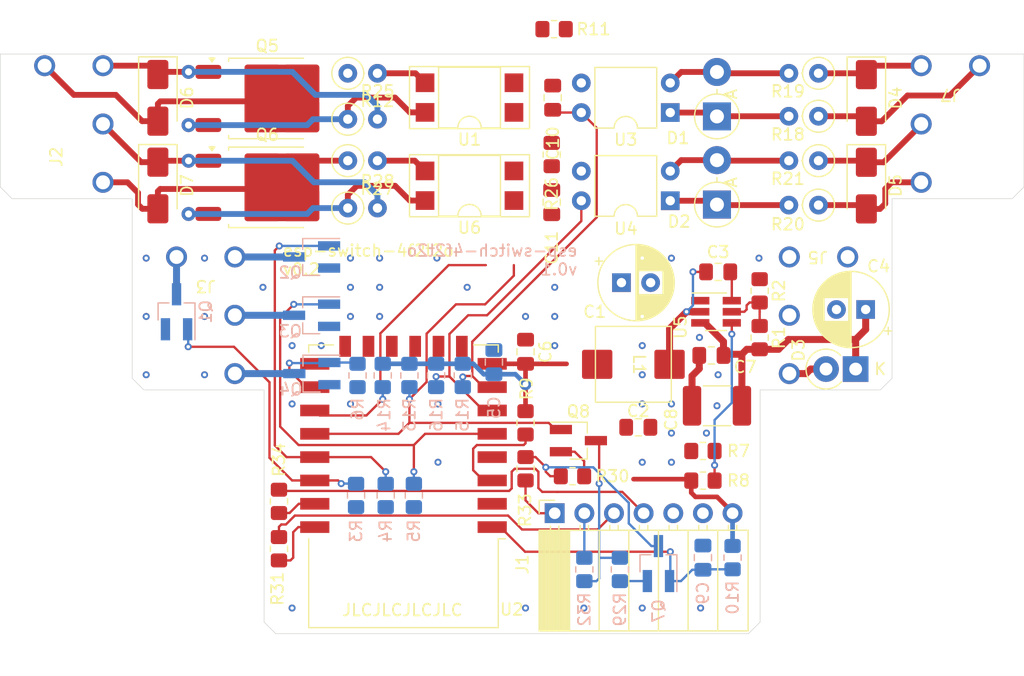
<source format=kicad_pcb>
(kicad_pcb (version 20240108) (generator "pcbnew") (generator_version "8.0")
  (layers (0 "F.Cu" signal) (31 "B.Cu" signal) (34 "B.Paste" user) (35 "F.Paste" user) (36 "B.SilkS" user "B.Silkscreen") (37 "F.SilkS" user "F.Silkscreen") (38 "B.Mask" user) (39 "F.Mask" user) (44 "Edge.Cuts" user))
  (net 0 "")
  (net 1 "+12V")
  (net 2 "GND")
  (net 3 "+3V3")
  (net 4 "/nRST")
  (net 5 "/GPIO9")
  (net 6 "/GPIO10")
  (net 7 "+12VA")
  (net 8 "Net-(D1-K)")
  (net 9 "Net-(D1-A)")
  (net 10 "Net-(D2-K)")
  (net 11 "Net-(D2-A)")
  (net 12 "/EN")
  (net 13 "Net-(J3-Pin_1)")
  (net 14 "Net-(J3-Pin_2)")
  (net 15 "Net-(J3-Pin_4)")
  (net 16 "Net-(J1-Pin_1)")
  (net 17 "/GPIO12")
  (net 18 "/GPIO13")
  (net 19 "/GPIO14")
  (net 20 "/GPIO15")
  (net 21 "/GPIO4")
  (net 22 "/GPIO5")
  (net 23 "/GPIO2")
  (net 24 "/GPIO0")
  (net 25 "Net-(J1-Pin_2)")
  (net 26 "Net-(J1-Pin_3)")
  (net 27 "/GPIO1")
  (net 28 "/GPIO3")
  (net 29 "Net-(J1-Pin_4)")
  (net 36 "Net-(U5-SW)")
  (net 37 "Net-(U5-BOOT)")
  (net 38 "Net-(U5-EN)")
  (net 39 "Net-(U5-FB)")
  (net 40 "Net-(Q5-G)")
  (net 41 "Net-(Q6-G)")
  (net 42 "Net-(U1-K)")
  (net 43 "Net-(R25-Pad2)")
  (net 44 "Net-(U6-K)")
  (net 45 "Net-(R28-Pad2)")
  (net 46 "Net-(J3-Pin_3)")
  (net 48 "Net-(Q7-B)")
  (net 49 "Net-(Q7-E)")
  (net 50 "Net-(Q8-B)")
  (net 51 "Net-(Q8-E)")
  (net 52 "Net-(D4-A1)")
  (net 53 "Net-(D4-A2)")
  (net 54 "Net-(D5-A1)")
  (net 55 "Net-(D5-A2)")
  (net 56 "Net-(D6-A1)")
  (net 57 "Net-(D6-A2)")
  (net 58 "Net-(D7-A1)")
  (net 59 "Net-(D7-A2)")
  (footprint "Capacitor_THT:CP_Radial_D6.3mm_P2.50mm" (layer "F.Cu") (at 74.14138 21.905 180)
    (property "Reference" "C4")
    (property "Value" "100u")
  )
  (footprint "Resistor_THT:R_Axial_DIN0207_L6.3mm_D2.5mm_P2.54mm_Vertical" (layer "F.Cu") (at 70.1 12.954 180)
    (property "Reference" "R20")
    (property "Value" "150k")
  )
  (footprint "Resistor_SMD:R_0805_2012Metric_Pad1.20x1.40mm_HandSolder" (layer "F.Cu") (at 49.022 36.195)
    (property "Reference" "R30")
    (property "Value" "22k")
  )
  (footprint "esp-switch:ML-254-5-S-LCS" (layer "F.Cu") (at 78.9 1 180)
    (property "Reference" "J7")
    (property "Value" "Screw_Terminal_01x04")
  )
  (footprint "Resistor_THT:R_Axial_DIN0207_L6.3mm_D2.5mm_P2.54mm_Vertical" (layer "F.Cu") (at 29.774 1.651)
    (property "Reference" "R25")
    (property "Value" "510R")
  )
  (footprint "Capacitor_SMD:C_0805_2012Metric_Pad1.18x1.45mm_HandSolder" (layer "F.Cu") (at 47.244 12.7 90)
    (property "Reference" "C11")
    (property "Value" "100n")
  )
  (footprint "Capacitor_SMD:C_0805_2012Metric_Pad1.18x1.45mm_HandSolder" (layer "F.Cu") (at 54.6608 32.004)
    (property "Reference" "C2")
    (property "Value" "1u" (hide yes))
  )
  (footprint "Package_DIP:DIP-4_W7.62mm" (layer "F.Cu") (at 57.4 12.578 180)
    (property "Reference" "U4")
    (property "Value" "tlp785gb")
  )
  (footprint "Capacitor_SMD:C_0805_2012Metric_Pad1.18x1.45mm_HandSolder" (layer "F.Cu") (at 47.3262 3.744 90)
    (property "Reference" "C10")
    (property "Value" "100n")
  )
  (footprint "Resistor_SMD:R_0805_2012Metric_Pad1.20x1.40mm_HandSolder" (layer "F.Cu") (at 47.244 8.62 90)
    (property "Reference" "R26")
    (property "Value" "220")
  )
  (footprint "Diode_THT:D_DO-15_P3.81mm_Vertical_AnodeUp" (layer "F.Cu") (at 61.4 12.908 90)
    (property "Reference" "D2")
    (property "Value" "1N4007")
  )
  (footprint "Capacitor_SMD:C_0805_2012Metric_Pad1.18x1.45mm_HandSolder" (layer "F.Cu") (at 45 25.527 90)
    (property "Reference" "C6")
    (property "Value" "100n")
  )
  (footprint "Capacitor_SMD:C_1812_4532Metric_Pad1.57x3.40mm_HandSolder" (layer "F.Cu") (at 61.402 30.16 180)
    (property "Reference" "C8")
    (property "Value" "33u")
  )
  (footprint "Resistor_THT:R_Axial_DIN0207_L6.3mm_D2.5mm_P2.54mm_Vertical" (layer "F.Cu") (at 70.1 5.334 180)
    (property "Reference" "R18")
    (property "Value" "150k")
  )
  (footprint "Resistor_SMD:R_0805_2012Metric_Pad1.20x1.40mm_HandSolder" (layer "F.Cu") (at 65.0596 20.3048 90)
    (property "Reference" "R2")
    (property "Value" "22k")
  )
  (footprint "Resistor_THT:R_Axial_DIN0207_L6.3mm_D2.5mm_P2.54mm_Vertical" (layer "F.Cu") (at 70.1 9.144 180)
    (property "Reference" "R21")
    (property "Value" "150k")
  )
  (footprint "Package_TO_SOT_SMD:TO-252-2" (layer "F.Cu") (at 22.87 3.81)
    (property "Reference" "Q5")
    (property "Value" "BT138-600")
  )
  (footprint "Capacitor_SMD:C_0805_2012Metric_Pad1.18x1.45mm_HandSolder" (layer "F.Cu") (at 60.9233 25.842 180)
    (property "Reference" "C7")
    (property "Value" "100n")
  )
  (footprint "esp-switch:L_6.5x6.5_H4.6" (layer "F.Cu") (at 54.2392 26.604 -90)
    (property "Reference" "L1")
    (property "Value" "10u")
  )
  (footprint "Resistor_SMD:R_0805_2012Metric_Pad1.20x1.40mm_HandSolder" (layer "F.Cu") (at 60.198 36.576 180)
    (property "Reference" "R8")
    (property "Value" "100k")
  )
  (footprint "Resistor_THT:R_Axial_DIN0207_L6.3mm_D2.5mm_P2.54mm_Vertical" (layer "F.Cu") (at 29.774 5.588)
    (property "Reference" "R12")
    (property "Value" "1k2")
  )
  (footprint "Connector_PinSocket_2.54mm:PinSocket_1x07_P2.54mm_Horizontal" (layer "F.Cu") (at 47.498 39.37 90)
    (property "Reference" "J1")
    (property "Value" "Conn_01x07_Socket")
  )
  (footprint "Resistor_SMD:R_0805_2012Metric_Pad1.20x1.40mm_HandSolder" (layer "F.Cu") (at 45 31.623 90)
    (property "Reference" "R9")
    (property "Value" "22k")
  )
  (footprint "Resistor_SMD:R_0805_2012Metric_Pad1.20x1.40mm_HandSolder" (layer "F.Cu") (at 47.4472 -2.1336 180)
    (property "Reference" "R11")
    (property "Value" "220")
  )
  (footprint "Package_TO_SOT_SMD:TO-252-2" (layer "F.Cu") (at 22.87 11.43)
    (property "Reference" "Q6")
    (property "Value" "BT138-600")
  )
  (footprint "Diode_THT:D_DO-15_P3.81mm_Vertical_AnodeUp" (layer "F.Cu") (at 61.4 5.349 90)
    (property "Reference" "D1")
    (property "Value" "1N4007")
  )
  (footprint "Diode_SMD:D_SMA" (layer "F.Cu") (at 13.5 3.7563 -90)
    (property "Reference" "D6")
    (property "Value" "SMAJ400CA")
  )
  (footprint "Diode_THT:D_DO-41_SOD81_P2.54mm_Vertical_KathodeUp" (layer "F.Cu") (at 73.284234 27.0104 180)
    (property "Reference" "D3")
    (property "Value" "1N4007")
  )
  (footprint "Package_DIP:DIP-4_W7.62mm" (layer "F.Cu") (at 57.4 5.019 180)
    (property "Reference" "U3")
    (property "Value" "tlp785gb")
  )
  (footprint "Resistor_THT:R_Axial_DIN0207_L6.3mm_D2.5mm_P2.54mm_Vertical" (layer "F.Cu") (at 29.774 13.208)
    (property "Reference" "R27")
    (property "Value" "1k2")
  )
  (footprint "esp-switch:ML-254-5-D-LCS" (layer "F.Cu") (at 8.8 1 180)
    (property "Reference" "J2")
    (property "Value" "Screw_Terminal_01x04")
  )
  (footprint "Diode_SMD:D_SMA" (layer "F.Cu") (at 74.2 3.7665 -90)
    (property "Reference" "D4")
    (property "Value" "SMAJ400CA")
  )
  (footprint "Resistor_SMD:R_0805_2012Metric_Pad1.20x1.40mm_HandSolder" (layer "F.Cu") (at 65.0596 24.318 90)
    (property "Reference" "R1")
    (property "Value" "150k")
  )
  (footprint "Package_TO_SOT_SMD:SOT-23-6_Handsoldering" (layer "F.Cu") (at 61.322 22.098)
    (property "Reference" "U5")
    (property "Value" "TPS54202DDC")
  )
  (footprint "Package_DIP:DIP-4_W7.62mm_SMDSocket_SmallPads" (layer "F.Cu") (at 40.2 3.7338 180)
    (property "Reference" "U1")
    (property "Value" "VOT-8024")
  )
  (footprint "Resistor_SMD:R_0805_2012Metric_Pad1.20x1.40mm_HandSolder" (layer "F.Cu") (at 60.198 34.036)
    (property "Reference" "R7")
    (property "Value" "22k")
  )
  (footprint "Resistor_SMD:R_0805_2012Metric_Pad1.20x1.40mm_HandSolder" (layer "F.Cu") (at 23.876 38.354 90)
    (property "Reference" "R34")
    (property "Value" "10R")
  )
  (footprint "Capacitor_THT:CP_Radial_D6.3mm_P2.50mm" (layer "F.Cu") (at 53.217621 19.6)
    (property "Reference" "C1")
    (property "Value" "100u")
  )
  (footprint "Resistor_THT:R_Axial_DIN0207_L6.3mm_D2.5mm_P2.54mm_Vertical" (layer "F.Cu") (at 29.774 9.144)
    (property "Reference" "R28")
    (property "Value" "510R")
  )
  (footprint "Resistor_THT:R_Axial_DIN0207_L6.3mm_D2.5mm_P2.54mm_Vertical" (layer "F.Cu") (at 70.1 1.651 180)
    (property "Reference" "R19")
    (property "Value" "150k")
  )
  (footprint "Diode_SMD:D_SMA" (layer "F.Cu") (at 74.2 11.2805 -90)
    (property "Reference" "D5")
    (property "Value" "SMAJ400CA")
  )
  (footprint "RF_Module:ESP-12E" (layer "F.Cu") (at 34.544 37.0616 180)
    (property "Reference" "U2")
    (property "Value" "ESP-12E")
  )
  (footprint "esp-switch:ML-254-5-D-LCS" (layer "F.Cu") (at 20.1 17.4 180)
    (property "Reference" "J3")
    (property "Value" "Screw_Terminal_01x04")
  )
  (footprint "Diode_SMD:D_SMA" (layer "F.Cu") (at 13.5 11.2703 -90)
    (property "Reference" "D7")
    (property "Value" "SMAJ400CA")
  )
  (footprint "Resistor_SMD:R_0805_2012Metric_Pad1.20x1.40mm_HandSolder" (layer "F.Cu") (at 45 35.56 90)
    (property "Reference" "R33")
    (property "Value" "10R")
  )
  (footprint "Capacitor_SMD:C_0805_2012Metric_Pad1.18x1.45mm_HandSolder" (layer "F.Cu") (at 61.5036 18.6792)
    (property "Reference" "C3")
    (property "Value" "100n")
  )
  (footprint "Package_DIP:DIP-4_W7.62mm_SMDSocket_SmallPads" (layer "F.Cu") (at 40.2 11.2928 180)
    (property "Reference" "U6")
    (property "Value" "VOT-8024")
  )
  (footprint "Package_TO_SOT_SMD:SOT-23_Handsoldering" (layer "F.Cu") (at 49.53 33.147)
    (property "Reference" "Q8")
    (property "Value" "BC817")
  )
  (footprint "Resistor_SMD:R_0805_2012Metric_Pad1.20x1.40mm_HandSolder" (layer "F.Cu") (at 23.876 42.418 -90)
    (property "Reference" "R31")
    (property "Value" "10R")
  )
  (footprint "esp-switch:ML-254-5-S-LCS" (layer "F.Cu") (at 67.6 17.4 180)
    (property "Reference" "J5")
    (property "Value" "Screw_Terminal_01x04")
  )
  (footprint "Resistor_SMD:R_0805_2012Metric_Pad1.20x1.40mm_HandSolder" (layer "B.Cu") (at 30.48 37.846 90)
    (property "Reference" "R3")
    (property "Value" "22k")
  )
  (footprint "Resistor_SMD:R_0805_2012Metric_Pad1.20x1.40mm_HandSolder" (layer "B.Cu") (at 39.624 27.559 -90)
    (property "Reference" "R15")
    (property "Value" "150k")
  )
  (footprint "Resistor_SMD:R_0805_2012Metric_Pad1.20x1.40mm_HandSolder" (layer "B.Cu") (at 32.766 27.559 90)
    (property "Reference" "R14")
    (property "Value" "22k")
  )
  (footprint "Capacitor_SMD:C_0805_2012Metric_Pad1.18x1.45mm_HandSolder" (layer "B.Cu") (at 60.198 43.18 90)
    (property "Reference" "C9")
    (property "Value" "47n")
  )
  (footprint "Resistor_SMD:R_0805_2012Metric_Pad1.20x1.40mm_HandSolder" (layer "B.Cu") (at 35.433 37.846 90)
    (property "Reference" "R5")
    (property "Value" "22k")
  )
  (footprint "Resistor_SMD:R_0805_2012Metric_Pad1.20x1.40mm_HandSolder" (layer "B.Cu") (at 50.038 44.196 -90)
    (property "Reference" "R32")
    (property "Value" "10R")
  )
  (footprint "Resistor_SMD:R_0805_2012Metric_Pad1.20x1.40mm_HandSolder" (layer "B.Cu") (at 33.02 37.846 90)
    (property "Reference" "R4")
    (property "Value" "22k")
  )
  (footprint "Package_TO_SOT_SMD:SOT-23_Handsoldering" (layer "B.Cu") (at 26.67 22.4 180)
    (property "Reference" "Q3")
    (property "Value" "TSM2302CX")
  )
  (footprint "Resistor_SMD:R_0805_2012Metric_Pad1.20x1.40mm_HandSolder" (layer "B.Cu") (at 30.607 27.559 90)
    (property "Reference" "R6")
    (property "Value" "22k")
  )
  (footprint "Resistor_SMD:R_0805_2012Metric_Pad1.20x1.40mm_HandSolder" (layer "B.Cu") (at 53.086 44.196 -90)
    (property "Reference" "R29")
    (property "Value" "22k")
  )
  (footprint "Resistor_SMD:R_0805_2012Metric_Pad1.20x1.40mm_HandSolder" (layer "B.Cu") (at 37.338 27.559 -90)
    (property "Reference" "R16")
    (property "Value" "150k")
  )
  (footprint "Capacitor_SMD:C_0805_2012Metric_Pad1.18x1.45mm_HandSolder" (layer "B.Cu") (at 42.291 26.416 90)
    (property "Reference" "C5")
    (property "Value" "100n")
  )
  (footprint "Package_TO_SOT_SMD:SOT-23_Handsoldering" (layer "B.Cu") (at 26.67 17.399 180)
    (property "Reference" "Q2")
    (property "Value" "TSM2302CX")
  )
  (footprint "Resistor_SMD:R_0805_2012Metric_Pad1.20x1.40mm_HandSolder" (layer "B.Cu") (at 62.738 43.18 90)
    (property "Reference" "R10")
    (property "Value" "22k")
  )
  (footprint "Package_TO_SOT_SMD:SOT-23_Handsoldering" (layer "B.Cu") (at 15.1 22.1 90)
    (property "Reference" "Q1")
    (property "Value" "TSM2302CX")
  )
  (footprint "Package_TO_SOT_SMD:SOT-23_Handsoldering" (layer "B.Cu") (at 26.694 27.4 180)
    (property "Reference" "Q4")
    (property "Value" "TSM2302CX")
  )
  (footprint "Resistor_SMD:R_0805_2012Metric_Pad1.20x1.40mm_HandSolder" (layer "B.Cu") (at 35.052 27.559 90)
    (property "Reference" "R13")
    (property "Value" "22k")
  )
  (footprint "Package_TO_SOT_SMD:SOT-23_Handsoldering" (layer "B.Cu") (at 56.388 43.688 90)
    (property "Reference" "Q7")
    (property "Value" "BC817")
  )
  (gr_line (start 22.6 48.7) (end 23.6 49.7) (stroke (width 0.05)) (layer "Edge.Cuts"))
  (gr_line (start 22.6 28.8) (end 22.6 48.7) (stroke (width 0.05)) (layer "Edge.Cuts"))
  (gr_line (start 64.1 49.7) (end 23.6 49.7) (stroke (width 0.05)) (layer "Edge.Cuts"))
  (gr_line (start 87.7 11.4) (end 86.7 12.4) (stroke (width 0.05)) (layer "Edge.Cuts"))
  (gr_line (start 75.4 28.8) (end 76.4 27.8) (stroke (width 0.05)) (layer "Edge.Cuts"))
  (gr_line (start 65.1 28.8) (end 65.1 48.7) (stroke (width 0.05)) (layer "Edge.Cuts"))
  (gr_line (start 0 11.4) (end 1 12.4) (stroke (width 0.05)) (layer "Edge.Cuts"))
  (gr_line (start 76.4 12.4) (end 76.4 27.8) (stroke (width 0.05)) (layer "Edge.Cuts"))
  (gr_line (start 87.7 0) (end 87.7 11.4) (stroke (width 0.05)) (layer "Edge.Cuts"))
  (gr_line (start 11.3 27.8) (end 12.3 28.8) (stroke (width 0.05)) (layer "Edge.Cuts"))
  (gr_line (start 11.3 12.4) (end 1 12.4) (stroke (width 0.05)) (layer "Edge.Cuts"))
  (gr_line (start 0 0) (end 87.7 0) (stroke (width 0.05)) (layer "Edge.Cuts"))
  (gr_line (start 11.3 12.4) (end 11.3 27.8) (stroke (width 0.05)) (layer "Edge.Cuts"))
  (gr_line (start 75.4 28.8) (end 65.1 28.8) (stroke (width 0.05)) (layer "Edge.Cuts"))
  (gr_line (start 86.7 12.4) (end 76.4 12.4) (stroke (width 0.05)) (layer "Edge.Cuts"))
  (gr_line (start 22.6 28.8) (end 12.3 28.8) (stroke (width 0.05)) (layer "Edge.Cuts"))
  (gr_line (start 0 0) (end 0 11.4) (stroke (width 0.05)) (layer "Edge.Cuts"))
  (gr_line (start 65.1 48.7) (end 64.1 49.7) (stroke (width 0.05)) (layer "Edge.Cuts"))
  (gr_text "esp-switch-4f2t2o\nv0.1" (at 49.53 19.05 0) (layer "B.SilkS") (effects (font (size 1 1)) (justify left bottom mirror)))
  (gr_text "JLCJLCJLCJLC" (at 29.21 48.26 0) (layer "F.SilkS") (effects (font (size 1 1)) (justify left bottom)))
  (gr_text "esp-switch-4f2t2o\nv0.2" (at 24.13 19.05 0) (layer "F.SilkS") (effects (font (size 1 1)) (justify left bottom)))
  (segment (start 60.348 23.048) (end 61.9608 24.6608) (width 0.6) (layer "F.Cu") (net 1))
  (segment (start 63.958 25.318) (end 63.5356 25.7404) (width 0.6) (layer "F.Cu") (net 1))
  (segment (start 74.14138 23.61822) (end 73.284234 24.475366) (width 0.6) (layer "F.Cu") (net 1))
  (segment (start 63.5356 25.7404) (end 63.5356 29.398) (width 0.6) (layer "F.Cu") (net 1))
  (segment (start 62.0624 25.7404) (end 61.9608 25.842) (width 0.6) (layer "F.Cu") (net 1))
  (segment (start 61.9608 24.6608) (end 61.9608 25.842) (width 0.6) (layer "F.Cu") (net 1))
  (segment (start 66.6758 25.318) (end 65.0596 25.318) (width 0.6) (layer "F.Cu") (net 1))
  (segment (start 59.972 23.048) (end 60.348 23.048) (width 0.6) (layer "F.Cu") (net 1))
  (segment (start 73.284234 24.475366) (end 67.518434 24.475366) (width 0.6) (layer "F.Cu") (net 1))
  (segment (start 63.5356 25.7404) (end 62.0624 25.7404) (width 0.6) (layer "F.Cu") (net 1))
  (segment (start 65.0596 25.318) (end 63.958 25.318) (width 0.6) (layer "F.Cu") (net 1))
  (segment (start 67.518434 24.475366) (end 66.6758 25.318) (width 0.6) (layer "F.Cu") (net 1))
  (segment (start 74.14138 21.905) (end 74.14138 23.61822) (width 0.6) (layer "F.Cu") (net 1))
  (segment (start 73.284234 24.475366) (end 73.284234 27.0104) (width 0.6) (layer "F.Cu") (net 1))
  (segment (start 59.8858 25.842) (end 59.8858 26.9772) (width 0.6) (layer "F.Cu") (net 2))
  (segment (start 59.8858 26.9772) (end 59.2645 27.5985) (width 0.6) (layer "F.Cu") (net 2))
  (segment (start 59.2645 27.5985) (end 59.2645 30.16) (width 0.6) (layer "F.Cu") (net 2))
  (via (at 32.5 22.5) (size 0.6) (drill 0.3) (layers "F.Cu" "B.Cu") (net 2))
  (via (at 12.5 22.5) (size 0.6) (drill 0.3) (layers "F.Cu" "B.Cu") (net 2))
  (via (at 55 35) (size 0.6) (drill 0.3) (layers "F.Cu" "B.Cu") (net 2))
  (via (at 30 20) (size 0.6) (drill 0.3) (layers "F.Cu" "B.Cu") (net 2))
  (via (at 22.5 20) (size 0.6) (drill 0.3) (layers "F.Cu" "B.Cu") (net 2))
  (via (at 57.5 35) (size 0.6) (drill 0.3) (layers "F.Cu" "B.Cu") (net 2))
  (via (at 17.5 22.5) (size 0.6) (drill 0.3) (layers "F.Cu" "B.Cu") (net 2))
  (via (at 60 47.5) (size 0.6) (drill 0.3) (layers "F.Cu" "B.Cu") (net 2))
  (via (at 30 17.5) (size 0.6) (drill 0.3) (layers "F.Cu" "B.Cu") (net 2))
  (via (at 45 22.5) (size 0.6) (drill 0.3) (layers "F.Cu" "B.Cu") (net 2))
  (via (at 32.5 20) (size 0.6) (drill 0.3) (layers "F.Cu" "B.Cu") (net 2))
  (via (at 12.5 27.5) (size 0.6) (drill 0.3) (layers "F.Cu" "B.Cu") (net 2))
  (via (at 32.5 17.5) (size 0.6) (drill 0.3) (layers "F.Cu" "B.Cu") (net 2))
  (via (at 60.5 32.5) (size 0.6) (drill 0.3) (layers "F.Cu" "B.Cu") (net 2))
  (via (at 55 47.5) (size 0.6) (drill 0.3) (layers "F.Cu" "B.Cu") (net 2))
  (via (at 55 30) (size 0.6) (drill 0.3) (layers "F.Cu" "B.Cu") (net 2))
  (via (at 57.5 30) (size 0.6) (drill 0.3) (layers "F.Cu" "B.Cu") (net 2))
  (via (at 55 17.5) (size 0.6) (drill 0.3) (layers "F.Cu" "B.Cu") (net 2))
  (via (at 55 27.5) (size 0.6) (drill 0.3) (layers "F.Cu" "B.Cu") (net 2))
  (via (at 37.5 30) (size 0.6) (drill 0.3) (layers "F.Cu" "B.Cu") (net 2))
  (via (at 27.5 25) (size 0.6) (drill 0.3) (layers "F.Cu" "B.Cu") (net 2))
  (via (at 17.5 17.5) (size 0.6) (drill 0.3) (layers "F.Cu" "B.Cu") (net 2))
  (via (at 59.9 24.3) (size 0.6) (drill 0.3) (layers "F.Cu" "B.Cu") (net 2))
  (via (at 61.402 30.16) (size 0.6) (drill 0.3) (layers "F.Cu" "B.Cu") (net 2))
  (via (at 30 22.5) (size 0.6) (drill 0.3) (layers "F.Cu" "B.Cu") (net 2))
  (via (at 12.5 17.5) (size 0.6) (drill 0.3) (layers "F.Cu" "B.Cu") (net 2))
  (via (at 61.5 27.5) (size 0.6) (drill 0.3) (layers "F.Cu" "B.Cu") (net 2))
  (via (at 55 25) (size 0.6) (drill 0.3) (layers "F.Cu" "B.Cu") (net 2))
  (via (at 45 47.5) (size 0.6) (drill 0.3) (layers "F.Cu" "B.Cu") (net 2))
  (via (at 47.5 22.5) (size 0.6) (drill 0.3) (layers "F.Cu" "B.Cu") (net 2))
  (via (at 40 20) (size 0.6) (drill 0.3) (layers "F.Cu" "B.Cu") (net 2))
  (via (at 30 30) (size 0.6) (drill 0.3) (layers "F.Cu" "B.Cu") (net 2))
  (via (at 37.5 35) (size 0.6) (drill 0.3) (layers "F.Cu" "B.Cu") (net 2))
  (via (at 47.5 20) (size 0.6) (drill 0.3) (layers "F.Cu" "B.Cu") (net 2))
  (via (at 47.5 25) (size 0.6) (drill 0.3) (layers "F.Cu" "B.Cu") (net 2))
  (via (at 50 47.5) (size 0.6) (drill 0.3) (layers "F.Cu" "B.Cu") (net 2))
  (via (at 17.5 27.5) (size 0.6) (drill 0.3) (layers "F.Cu" "B.Cu") (net 2))
  (via (at 25 25) (size 0.6) (drill 0.3) (layers "F.Cu" "B.Cu") (net 2))
  (via (at 57.5 32.5) (size 0.6) (drill 0.3) (layers "F.Cu" "B.Cu") (net 2))
  (via (at 65 17.5) (size 0.6) (drill 0.3) (layers "F.Cu" "B.Cu") (net 2))
  (via (at 25 47.5) (size 0.6) (drill 0.3) (layers "F.Cu" "B.Cu") (net 2))
  (via (at 37.405742 17.492998) (size 0.6) (drill 0.3) (layers "F.Cu" "B.Cu") (net 2))
  (via (at 25 30) (size 0.6) (drill 0.3) (layers "F.Cu" "B.Cu") (net 2))
  (via (at 55 22.5) (size 0.6) (drill 0.3) (layers "F.Cu" "B.Cu") (net 2))
  (via (at 57.5 17.5) (size 0.6) (drill 0.3) (layers "F.Cu" "B.Cu") (net 2))
  (segment (start 44.9971 26.5616) (end 45 26.5645) (width 0.4) (layer "F.Cu") (net 3))
  (segment (start 62.738 39.3) (end 61.411 37.973) (width 0.4) (layer "F.Cu") (net 3))
  (segment (start 61.411 37.973) (end 59.563 37.973) (width 0.4) (layer "F.Cu") (net 3))
  (segment (start 45 26.5645) (end 45 30.623) (width 0.4) (layer "F.Cu") (net 3))
  (segment (start 59.198 37.608) (end 59.198 36.449) (width 0.4) (layer "F.Cu") (net 3))
  (segment (start 45 26.5645) (end 48.514 26.5645) (width 0.4) (layer "F.Cu") (net 3))
  (segment (start 42.144 26.5616) (end 44.9971 26.5616) (width 0.4) (layer "F.Cu") (net 3))
  (segment (start 59.563 37.973) (end 59.198 37.608) (width 0.4) (layer "F.Cu") (net 3))
  (segment (start 59.198 36.449) (end 54.2544 36.449) (width 0.4) (layer "F.Cu") (net 3))
  (via (at 45 28.321) (size 1) (drill 0.5) (layers "F.Cu" "B.Cu") (net 3))
  (segment (start 37.338 26.559) (end 39.624 26.559) (width 0.4) (layer "B.Cu") (net 3))
  (segment (start 42.291 27.4535) (end 41.4235 27.4535) (width 0.4) (layer "B.Cu") (net 3))
  (segment (start 32.766 26.559) (end 35.052 26.559) (width 0.4) (layer "B.Cu") (net 3))
  (segment (start 62.738 39.37) (end 62.738 42.18) (width 0.4) (layer "B.Cu") (net 3))
  (segment (start 40.529 26.559) (end 39.624 26.559) (width 0.4) (layer "B.Cu") (net 3))
  (segment (start 45 28.321) (end 44.1325 27.4535) (width 0.4) (layer "B.Cu") (net 3))
  (segment (start 44.1325 27.4535) (end 42.291 27.4535) (width 0.4) (layer "B.Cu") (net 3))
  (segment (start 41.4235 27.4535) (end 40.529 26.559) (width 0.4) (layer "B.Cu") (net 3))
  (segment (start 35.052 26.559) (end 37.338 26.559) (width 0.4) (layer "B.Cu") (net 3))
  (segment (start 42.8476 40.5616) (end 44.958 42.672) (width 0.2) (layer "F.Cu") (net 4))
  (segment (start 44.958 42.672) (end 57.404 42.672) (width 0.2) (layer "F.Cu") (net 4))
  (segment (start 42.144 40.5616) (end 42.8476 40.5616) (width 0.2) (layer "F.Cu") (net 4))
  (via (at 57.404 42.672) (size 0.6) (drill 0.3) (layers "F.Cu" "B.Cu") (net 4))
  (segment (start 58.317 45.188) (end 57.338 45.188) (width 0.2) (layer "B.Cu") (net 4))
  (segment (start 62.738 44.18) (end 60.2355 44.18) (width 0.2) (layer "B.Cu") (net 4))
  (segment (start 60.198 44.2175) (end 59.2875 44.2175) (width 0.2) (layer "B.Cu") (net 4))
  (segment (start 57.404 45.122) (end 57.338 45.188) (width 0.2) (layer "B.Cu") (net 4))
  (segment (start 59.2875 44.2175) (end 58.317 45.188) (width 0.2) (layer "B.Cu") (net 4))
  (segment (start 60.2355 44.18) (end 60.198 44.2175) (width 0.2) (layer "B.Cu") (net 4))
  (segment (start 57.404 42.672) (end 57.404 45.122) (width 0.2) (layer "B.Cu") (net 4))
  (segment (start 69.4284 27.0104) (end 69.0388 27.4) (width 0.6) (layer "F.Cu") (net 7))
  (segment (start 70.744234 27.0104) (end 69.4284 27.0104) (width 0.6) (layer "F.Cu") (net 7))
  (segment (start 69.0388 27.4) (end 67.6 27.4) (width 0.6) (layer "F.Cu") (net 7))
  (segment (start 61.07 5.019) (end 61.4 5.349) (width 0.5) (layer "F.Cu") (net 8))
  (segment (start 67.56 5.334) (end 61.415 5.334) (width 0.5) (layer "F.Cu") (net 8))
  (segment (start 61.415 5.334) (end 61.4 5.349) (width 0.5) (layer "F.Cu") (net 8))
  (segment (start 57.4 5.019) (end 61.07 5.019) (width 0.5) (layer "F.Cu") (net 8))
  (segment (start 67.56 1.651) (end 61.512 1.651) (width 0.5) (layer "F.Cu") (net 9))
  (segment (start 61.512 1.651) (end 61.4 1.539) (width 0.5) (layer "F.Cu") (net 9))
  (segment (start 57.4 2.479) (end 58.34 1.539) (width 0.5) (layer "F.Cu") (net 9))
  (segment (start 58.34 1.539) (end 61.4 1.539) (width 0.5) (layer "F.Cu") (net 9))
  (segment (start 57.4 12.578) (end 61.07 12.578) (width 0.5) (layer "F.Cu") (net 10))
  (segment (start 67.56 12.954) (end 61.446 12.954) (width 0.5) (layer "F.Cu") (net 10))
  (segment (start 61.446 12.954) (end 61.4 12.908) (width 0.5) (layer "F.Cu") (net 10))
  (segment (start 61.07 12.578) (end 61.4 12.908) (width 0.5) (layer "F.Cu") (net 10))
  (segment (start 57.4 10.038) (end 58.34 9.098) (width 0.5) (layer "F.Cu") (net 11))
  (segment (start 67.56 9.144) (end 61.446 9.144) (width 0.5) (layer "F.Cu") (net 11))
  (segment (start 58.34 9.098) (end 61.4 9.098) (width 0.5) (layer "F.Cu") (net 11))
  (segment (start 61.446 9.144) (end 61.4 9.098) (width 0.5) (layer "F.Cu") (net 11))
  (segment (start 40.8276 33.528) (end 44.844 33.528) (width 0.2) (layer "F.Cu") (net 12))
  (segment (start 40.513 35.6806) (end 40.513 33.8426) (width 0.2) (layer "F.Cu") (net 12))
  (segment (start 44.844 33.528) (end 45 33.372) (width 0.2) (layer "F.Cu") (net 12))
  (segment (start 41.394 36.5616) (end 40.513 35.6806) (width 0.2) (layer "F.Cu") (net 12))
  (segment (start 45 33.372) (end 45 32.623) (width 0.2) (layer "F.Cu") (net 12))
  (segment (start 42.144 36.5616) (end 41.394 36.5616) (width 0.2) (layer "F.Cu") (net 12))
  (segment (start 40.513 33.8426) (end 40.8276 33.528) (width 0.2) (layer "F.Cu") (net 12))
  (segment (start 15.1 17.4) (end 15.1 20.6) (width 0.6) (layer "B.Cu") (net 13))
  (segment (start 25.169 17.4) (end 25.17 17.399) (width 0.6) (layer "B.Cu") (net 14))
  (segment (start 20.1 17.4) (end 25.169 17.4) (width 0.6) (layer "B.Cu") (net 14))
  (segment (start 24.2 27.4) (end 20.1 27.4) (width 0.6) (layer "B.Cu") (net 15))
  (segment (start 45 38.269) (end 46.101 39.37) (width 0.2) (layer "F.Cu") (net 16))
  (segment (start 45 36.56) (end 45 38.269) (width 0.2) (layer "F.Cu") (net 16))
  (segment (start 46.101 39.37) (end 47.498 39.37) (width 0.2) (layer "F.Cu") (net 16))
  (segment (start 42.144 30.5616) (end 41.394 30.5616) (width 0.2) (layer "F.Cu") (net 17))
  (segment (start 38.481 24.003) (end 40.084 22.4) (width 0.2) (layer "F.Cu") (net 17))
  (segment (start 41.394 30.5616) (end 38.481 27.6486) (width 0.2) (layer "F.Cu") (net 17))
  (segment (start 37.3479 27.6486) (end 37.338 27.6585) (width 0.2) (layer "F.Cu") (net 17))
  (segment (start 38.481 27.6486) (end 38.481 24.003) (width 0.2) (layer "F.Cu") (net 17))
  (segment (start 38.481 27.6486) (end 37.3479 27.6486) (width 0.2) (layer "F.Cu") (net 17))
  (segment (start 49.78 14.32) (end 49.78 12.578) (width 0.2) (layer "F.Cu") (net 17))
  (segment (start 41.7 22.4) (end 49.78 14.32) (width 0.2) (layer "F.Cu") (net 17))
  (segment (start 40.084 22.4) (end 41.7 22.4) (width 0.2) (layer "F.Cu") (net 17))
  (via (at 37.338 27.6585) (size 0.6) (drill 0.3) (layers "F.Cu" "B.Cu") (net 17))
  (segment (start 37.338 27.6585) (end 37.338 28.559) (width 0.2) (layer "B.Cu") (net 17))
  (segment (start 47.5637 5.019) (end 47.3262 4.7815) (width 0.2) (layer "F.Cu") (net 18))
  (segment (start 42.144 28.5616) (end 41.394 28.5616) (width 0.2) (layer "F.Cu") (net 18))
  (segment (start 40.4368 27.6044) (end 40.4368 24.6632) (width 0.2) (layer "F.Cu") (net 18))
  (segment (start 51.1 6.339) (end 49.78 5.019) (width 0.2) (layer "F.Cu") (net 18))
  (segment (start 51.1 14) (end 51.1 6.339) (width 0.2) (layer "F.Cu") (net 18))
  (segment (start 39.7056 27.6044) (end 39.624 27.686) (width 0.2) (layer "F.Cu") (net 18))
  (segment (start 40.4368 27.6044) (end 39.7056 27.6044) (width 0.2) (layer "F.Cu") (net 18))
  (segment (start 41.394 28.5616) (end 40.4368 27.6044) (width 0.2) (layer "F.Cu") (net 18))
  (segment (start 40.4368 24.6632) (end 51.1 14) (width 0.2) (layer "F.Cu") (net 18))
  (segment (start 49.78 5.019) (end 47.5637 5.019) (width 0.2) (layer "F.Cu") (net 18))
  (via (at 39.624 27.686) (size 0.6) (drill 0.3) (layers "F.Cu" "B.Cu") (net 18))
  (segment (start 39.624 27.686) (end 39.624 28.559) (width 0.2) (layer "B.Cu") (net 18))
  (segment (start 35.433 33.528) (end 25.5604 33.528) (width 0.2) (layer "F.Cu") (net 19))
  (segment (start 36.3994 32.5616) (end 35.433 33.528) (width 0.2) (layer "F.Cu") (net 19))
  (segment (start 25.5604 33.528) (end 23.9776 31.9452) (width 0.2) (layer "F.Cu") (net 19))
  (segment (start 23.9776 22.6314) (end 25.146 21.463) (width 0.2) (layer "F.Cu") (net 19))
  (segment (start 23.9776 31.9452) (end 23.9776 22.6314) (width 0.2) (layer "F.Cu") (net 19))
  (segment (start 35.433 35.814) (end 35.433 33.528) (width 0.2) (layer "F.Cu") (net 19))
  (segment (start 42.144 32.5616) (end 36.3994 32.5616) (width 0.2) (layer "F.Cu") (net 19))
  (via (at 35.433 35.814) (size 0.6) (drill 0.3) (layers "F.Cu" "B.Cu") (net 19))
  (via (at 25.146 21.463) (size 0.6) (drill 0.3) (layers "F.Cu" "B.Cu") (net 19))
  (segment (start 35.433 36.846) (end 35.433 35.814) (width 0.2) (layer "B.Cu") (net 19))
  (segment (start 28.157 21.463) (end 28.17 21.45) (width 0.2) (layer "B.Cu") (net 19))
  (segment (start 25.146 21.463) (end 28.157 21.463) (width 0.2) (layer "B.Cu") (net 19))
  (segment (start 26.194 28.5616) (end 24.765 27.1326) (width 0.2) (layer "F.Cu") (net 20))
  (segment (start 24.765 27.1326) (end 24.765 26.500498) (width 0.2) (layer "F.Cu") (net 20))
  (segment (start 26.944 28.5616) (end 26.194 28.5616) (width 0.2) (layer "F.Cu") (net 20))
  (via (at 24.765 26.500498) (size 0.6) (drill 0.3) (layers "F.Cu" "B.Cu") (net 20))
  (segment (start 30.498 26.45) (end 28.194 26.45) (width 0.2) (layer "B.Cu") (net 20))
  (segment (start 24.765 26.500498) (end 28.143502 26.500498) (width 0.2) (layer "B.Cu") (net 20))
  (segment (start 28.143502 26.500498) (end 28.194 26.45) (width 0.2) (layer "B.Cu") (net 20))
  (segment (start 30.607 26.559) (end 30.498 26.45) (width 0.2) (layer "B.Cu") (net 20))
  (segment (start 24.5286 34.5616) (end 26.944 34.5616) (width 0.2) (layer "F.Cu") (net 21))
  (segment (start 31.7676 34.5616) (end 33.02 35.814) (width 0.2) (layer "F.Cu") (net 21))
  (segment (start 23.5204 16.8402) (end 23.5204 33.5534) (width 0.2) (layer "F.Cu") (net 21))
  (segment (start 23.9014 16.4592) (end 23.5204 16.8402) (width 0.2) (layer "F.Cu") (net 21))
  (segment (start 26.944 34.5616) (end 31.7676 34.5616) (width 0.2) (layer "F.Cu") (net 21))
  (segment (start 23.5204 33.5534) (end 24.5286 34.5616) (width 0.2) (layer "F.Cu") (net 21))
  (via (at 23.9014 16.4592) (size 0.6) (drill 0.3) (layers "F.Cu" "B.Cu") (net 21))
  (via (at 33.02 35.814) (size 0.6) (drill 0.3) (layers "F.Cu" "B.Cu") (net 21))
  (segment (start 33.02 35.814) (end 33.02 36.846) (width 0.2) (layer "B.Cu") (net 21))
  (segment (start 23.9106 16.45) (end 28.169 16.45) (width 0.2) (layer "B.Cu") (net 21))
  (segment (start 28.169 16.45) (end 28.17 16.449) (width 0.2) (layer "B.Cu") (net 21))
  (segment (start 23.9014 16.4592) (end 23.9106 16.45) (width 0.2) (layer "B.Cu") (net 21))
  (segment (start 26.944 36.5616) (end 28.9416 36.5616) (width 0.2) (layer "F.Cu") (net 22))
  (segment (start 23.0632 28.1432) (end 23.0632 34.6202) (width 0.2) (layer "F.Cu") (net 22))
  (segment (start 28.9416 36.5616) (end 29.21 36.83) (width 0.2) (layer "F.Cu") (net 22))
  (segment (start 23.0632 34.6202) (end 25.0046 36.5616) (width 0.2) (layer "F.Cu") (net 22))
  (segment (start 20.02 25.1) (end 23.0632 28.1432) (width 0.2) (layer "F.Cu") (net 22))
  (segment (start 25.0046 36.5616) (end 26.944 36.5616) (width 0.2) (layer "F.Cu") (net 22))
  (segment (start 16.1 25.1) (end 20.02 25.1) (width 0.2) (layer "F.Cu") (net 22))
  (via (at 29.21 36.83) (size 0.6) (drill 0.3) (layers "F.Cu" "B.Cu") (net 22))
  (via (at 16.1 25.1) (size 0.6) (drill 0.3) (layers "F.Cu" "B.Cu") (net 22))
  (segment (start 30.464 36.83) (end 30.48 36.846) (width 0.2) (layer "B.Cu") (net 22))
  (segment (start 16.1 25.1) (end 16.1 23.65) (width 0.2) (layer "B.Cu") (net 22))
  (segment (start 29.21 36.83) (end 30.464 36.83) (width 0.2) (layer "B.Cu") (net 22))
  (segment (start 16.1 23.65) (end 16.05 23.6) (width 0.2) (layer "B.Cu") (net 22))
  (segment (start 31.369 30.988) (end 27.3704 30.988) (width 0.2) (layer "F.Cu") (net 23))
  (segment (start 32.766 29.591) (end 31.369 30.988) (width 0.2) (layer "F.Cu") (net 23))
  (segment (start 32.5628 28.8544) (end 32.5628 23.9522) (width 0.2) (layer "F.Cu") (net 23))
  (segment (start 32.5628 23.9522) (end 38.415 18.1) (width 0.2) (layer "F.Cu") (net 23))
  (segment (start 32.766 29.591) (end 32.766 29.0576) (width 0.2) (layer "F.Cu") (net 23))
  (segment (start 32.766 29.0576) (end 32.5628 28.8544) (width 0.2) (layer "F.Cu") (net 23))
  (segment (start 38.415 18.1) (end 41.6 18.1) (width 0.2) (layer "F.Cu") (net 23))
  (segment (start 27.3704 30.988) (end 26.944 30.5616) (width 0.2) (layer "F.Cu") (net 23))
  (via (at 32.766 29.591) (size 0.6) (drill 0.3) (layers "F.Cu" "B.Cu") (net 23))
  (segment (start 32.766 28.559) (end 32.766 29.591) (width 0.2) (layer "B.Cu") (net 23))
  (segment (start 35.052 31.623) (end 46.99 31.623) (width 0.2) (layer "F.Cu") (net 24))
  (segment (start 46.99 31.623) (end 47.564 32.197) (width 0.2) (layer "F.Cu") (net 24))
  (segment (start 35.052 31.623) (end 34.1134 32.5616) (width 0.2) (layer "F.Cu") (net 24))
  (segment (start 34.1134 32.5616) (end 26.944 32.5616) (width 0.2) (layer "F.Cu") (net 24))
  (segment (start 35.052 31.623) (end 35.052 29.591) (width 0.2) (layer "F.Cu") (net 24))
  (segment (start 36.5252 23.9776) (end 39.0398 21.463) (width 0.2) (layer "F.Cu") (net 24))
  (segment (start 44 19) (end 44 18.1) (width 0.2) (layer "F.Cu") (net 24))
  (segment (start 39.0398 21.463) (end 41.537 21.463) (width 0.2) (layer "F.Cu") (net 24))
  (segment (start 35.052 29.591) (end 36.5252 28.1178) (width 0.2) (layer "F.Cu") (net 24))
  (segment (start 47.564 32.197) (end 48.03 32.197) (width 0.2) (layer "F.Cu") (net 24))
  (segment (start 36.5252 28.1178) (end 36.5252 23.9776) (width 0.2) (layer "F.Cu") (net 24))
  (segment (start 41.537 21.463) (end 44 19) (width 0.2) (layer "F.Cu") (net 24))
  (via (at 35.052 29.591) (size 0.6) (drill 0.3) (layers "F.Cu" "B.Cu") (net 24))
  (segment (start 35.052 29.591) (end 35.052 28.559) (width 0.2) (layer "B.Cu") (net 24))
  (segment (start 50.038 39.37) (end 50.038 43.196) (width 0.2) (layer "B.Cu") (net 25))
  (segment (start 43.5056 39.5732) (end 44.6994 40.767) (width 0.2) (layer "F.Cu") (net 26))
  (segment (start 24.0792 40.3352) (end 24.472617 40.3352) (width 0.2) (layer "F.Cu") (net 26))
  (segment (start 23.876 40.5384) (end 24.0792 40.3352) (width 0.2) (layer "F.Cu") (net 26))
  (segment (start 44.6994 40.767) (end 51.181 40.767) (width 0.2) (layer "F.Cu") (net 26))
  (segment (start 51.181 40.767) (end 52.578 39.37) (width 0.2) (layer "F.Cu") (net 26))
  (segment (start 24.472617 40.3352) (end 25.234617 39.5732) (width 0.2) (layer "F.Cu") (net 26))
  (segment (start 23.876 41.418) (end 23.876 40.5384) (width 0.2) (layer "F.Cu") (net 26))
  (segment (start 25.234617 39.5732) (end 43.5056 39.5732) (width 0.2) (layer "F.Cu") (net 26))
  (segment (start 25.0952 43.18) (end 24.8572 43.418) (width 0.2) (layer "F.Cu") (net 27))
  (segment (start 25.0952 40.9956) (end 25.0952 43.18) (width 0.2) (layer "F.Cu") (net 27))
  (segment (start 25.5292 40.5616) (end 25.0952 40.9956) (width 0.2) (layer "F.Cu") (net 27))
  (segment (start 26.944 40.5616) (end 25.5292 40.5616) (width 0.2) (layer "F.Cu") (net 27))
  (segment (start 24.8572 43.418) (end 23.876 43.418) (width 0.2) (layer "F.Cu") (net 27))
  (segment (start 25.5734 38.5616) (end 24.781 39.354) (width 0.2) (layer "F.Cu") (net 28))
  (segment (start 26.944 38.5616) (end 25.5734 38.5616) (width 0.2) (layer "F.Cu") (net 28))
  (segment (start 24.781 39.354) (end 23.876 39.354) (width 0.2) (layer "F.Cu") (net 28))
  (segment (start 46.101 37.211) (end 46.4312 37.5412) (width 0.2) (layer "F.Cu") (net 29))
  (segment (start 43.5956 37.46) (end 43.815 37.2406) (width 0.2) (layer "F.Cu") (net 29))
  (segment (start 23.876 37.354) (end 23.982 37.46) (width 0.2) (layer "F.Cu") (net 29))
  (segment (start 47.7012 37.5412) (end 53.2892 37.5412) (width 0.2) (layer "F.Cu") (net 29))
  (segment (start 44.069 35.56) (end 45.847 35.56) (width 0.2) (layer "F.Cu") (net 29))
  (segment (start 46.101 35.814) (end 46.101 37.211) (width 0.2) (layer "F.Cu") (net 29))
  (segment (start 46.4312 37.5412) (end 47.752 37.5412) (width 0.2) (layer "F.Cu") (net 29))
  (segment (start 23.982 37.46) (end 43.5956 37.46) (width 0.2) (layer "F.Cu") (net 29))
  (segment (start 43.815 37.2406) (end 43.815 35.814) (width 0.2) (layer "F.Cu") (net 29))
  (segment (start 45.847 35.56) (end 46.101 35.814) (width 0.2) (layer "F.Cu") (net 29))
  (segment (start 43.815 35.814) (end 44.069 35.56) (width 0.2) (layer "F.Cu") (net 29))
  (segment (start 53.2892 37.5412) (end 55.118 39.37) (width 0.2) (layer "F.Cu") (net 29))
  (segment (start 57.3392 23.5548) (end 57.3392 26.604) (width 0.6) (layer "F.Cu") (net 36))
  (segment (start 59.972 22.098) (end 58.796 22.098) (width 0.6) (layer "F.Cu") (net 36))
  (segment (start 58.796 22.098) (end 57.3392 23.5548) (width 0.6) (layer "F.Cu") (net 36))
  (segment (start 59.3446 18.6792) (end 60.4661 18.6792) (width 0.2) (layer "F.Cu") (net 36))
  (via (at 58.796 22.098) (size 0.6) (drill 0.3) (layers "F.Cu" "B.Cu") (net 36))
  (via (at 59.3446 18.6792) (size 0.6) (drill 0.3) (layers "F.Cu" "B.Cu") (net 36))
  (segment (start 59.3446 18.6792) (end 59.3446 21.5494) (width 0.2) (layer "B.Cu") (net 36))
  (segment (start 59.3446 21.5494) (end 58.796 22.098) (width 0.2) (layer "B.Cu") (net 36))
  (segment (start 62.672 18.8101) (end 62.672 21.148) (width 0.2) (layer "F.Cu") (net 37))
  (segment (start 62.5411 18.6792) (end 62.672 18.8101) (width 0.2) (layer "F.Cu") (net 37))
  (segment (start 65.0596 23.318) (end 65.0596 22.1082) (width 0.2) (layer "F.Cu") (net 38))
  (segment (start 63.942 21.905) (end 63.749 22.098) (width 0.2) (layer "F.Cu") (net 38))
  (segment (start 64.1894 21.3048) (end 63.942 21.5522) (width 0.2) (layer "F.Cu") (net 38))
  (segment (start 65.0596 22.1082) (end 65.0596 21.3048) (width 0.2) (layer "F.Cu") (net 38))
  (segment (start 63.749 22.098) (end 62.672 22.098) (width 0.2) (layer "F.Cu") (net 38))
  (segment (start 65.0596 21.3048) (end 64.1894 21.3048) (width 0.2) (layer "F.Cu") (net 38))
  (segment (start 63.942 21.5522) (end 63.942 21.905) (width 0.2) (layer "F.Cu") (net 38))
  (segment (start 62.672 24.0132) (end 62.672 23.048) (width 0.2) (layer "F.Cu") (net 39))
  (segment (start 61.198 35.2552) (end 61.198 36.449) (width 0.2) (layer "F.Cu") (net 39))
  (segment (start 61.198 34.036) (end 61.198 35.2552) (width 0.2) (layer "F.Cu") (net 39))
  (via (at 62.672 24.0132) (size 0.6) (drill 0.3) (layers "F.Cu" "B.Cu") (net 39))
  (via (at 61.198 35.2552) (size 0.6) (drill 0.3) (layers "F.Cu" "B.Cu") (net 39))
  (segment (start 62.672 29.906) (end 61.198 31.38) (width 0.2) (layer "B.Cu") (net 39))
  (segment (start 62.672 24.0132) (end 62.672 29.906) (width 0.2) (layer "B.Cu") (net 39))
  (segment (start 61.198 31.38) (end 61.198 35.2552) (width 0.2) (layer "B.Cu") (net 39))
  (segment (start 30.49263 3.738) (end 33.8242 3.738) (width 0.5) (layer "F.Cu") (net 40))
  (segment (start 16.135 6.09) (end 16.129 6.096) (width 0.5) (layer "F.Cu") (net 40))
  (segment (start 33.8242 3.738) (end 35.09 5.0038) (width 0.5) (layer "F.Cu") (net 40))
  (segment (start 35.09 5.0038) (end 36.39 5.0038) (width 0.5) (layer "F.Cu") (net 40))
  (segment (start 17.83 6.09) (end 16.135 6.09) (width 0.5) (layer "F.Cu") (net 40))
  (segment (start 29.774 5.588) (end 29.774 4.45663) (width 0.5) (layer "F.Cu") (net 40))
  (segment (start 29.774 4.45663) (end 30.49263 3.738) (width 0.5) (layer "F.Cu") (net 40))
  (via (at 16.129 6.096) (size 1.2) (drill 0.6) (layers "F.Cu" "B.Cu") (net 40))
  (segment (start 26.289 6.096) (end 26.797 5.588) (width 0.5) (layer "B.Cu") (net 40))
  (segment (start 16.129 6.096) (end 26.289 6.096) (width 0.5) (layer "B.Cu") (net 40))
  (segment (start 26.797 5.588) (end 29.774 5.588) (width 0.5) (layer "B.Cu") (net 40))
  (segment (start 29.774 12.07663) (end 30.54763 11.303) (width 0.5) (layer "F.Cu") (net 41))
  (segment (start 29.774 13.208) (end 29.774 12.07663) (width 0.5) (layer "F.Cu") (net 41))
  (segment (start 30.54763 11.303) (end 33.8302 11.303) (width 0.5) (layer "F.Cu") (net 41))
  (segment (start 17.83 13.71) (end 16.135 13.71) (width 0.5) (layer "F.Cu") (net 41))
  (segment (start 35.09 12.5628) (end 36.39 12.5628) (width 0.5) (layer "F.Cu") (net 41))
  (segment (start 33.8302 11.303) (end 35.09 12.5628) (width 0.5) (layer "F.Cu") (net 41))
  (segment (start 16.135 13.71) (end 16.129 13.716) (width 0.5) (layer "F.Cu") (net 41))
  (via (at 16.129 13.716) (size 1.2) (drill 0.6) (layers "F.Cu" "B.Cu") (net 41))
  (segment (start 26.797 13.208) (end 29.774 13.208) (width 0.5) (layer "B.Cu") (net 41))
  (segment (start 26.289 13.716) (end 26.797 13.208) (width 0.5) (layer "B.Cu") (net 41))
  (segment (start 16.129 13.716) (end 26.289 13.716) (width 0.5) (layer "B.Cu") (net 41))
  (segment (start 35.5772 1.651) (end 36.39 2.4638) (width 0.5) (layer "F.Cu") (net 43))
  (segment (start 32.314 1.651) (end 35.5772 1.651) (width 0.5) (layer "F.Cu") (net 43))
  (segment (start 32.314 9.144) (end 35.5112 9.144) (width 0.5) (layer "F.Cu") (net 45))
  (segment (start 35.5112 9.144) (end 36.39 10.0228) (width 0.5) (layer "F.Cu") (net 45))
  (segment (start 20.1 22.4) (end 25.17 22.4) (width 0.6) (layer "B.Cu") (net 46))
  (segment (start 53.086 45.196) (end 53.094 45.188) (width 0.2) (layer "B.Cu") (net 48))
  (segment (start 53.094 45.188) (end 55.438 45.188) (width 0.2) (layer "B.Cu") (net 48))
  (segment (start 46.736 35.433) (end 45.863 34.56) (width 0.2) (layer "F.Cu") (net 49))
  (segment (start 46.736 35.814) (end 46.736 35.433) (width 0.2) (layer "F.Cu") (net 49))
  (segment (start 48.022 36.195) (end 47.117 36.195) (width 0.2) (layer "F.Cu") (net 49))
  (segment (start 47.117 36.195) (end 46.736 35.814) (width 0.2) (layer "F.Cu") (net 49))
  (segment (start 45.863 34.56) (end 45 34.56) (width 0.2) (layer "F.Cu") (net 49))
  (via (at 46.736 35.433) (size 0.6) (drill 0.3) (layers "F.Cu" "B.Cu") (net 49))
  (segment (start 55.788 42.188) (end 53.848 40.248) (width 0.2) (layer "B.Cu") (net 49))
  (segment (start 50.8 35.433) (end 46.736 35.433) (width 0.2) (layer "B.Cu") (net 49))
  (segment (start 53.848 38.481) (end 50.8 35.433) (width 0.2) (layer "B.Cu") (net 49))
  (segment (start 53.848 40.248) (end 53.848 38.481) (width 0.2) (layer "B.Cu") (net 49))
  (segment (start 56.388 42.188) (end 55.788 42.188) (width 0.2) (layer "B.Cu") (net 49))
  (segment (start 50.022 34.909) (end 50.022 36.195) (width 0.2) (layer "F.Cu") (net 50))
  (segment (start 49.21 34.097) (end 50.022 34.909) (width 0.2) (layer "F.Cu") (net 50))
  (segment (start 48.03 34.097) (end 49.21 34.097) (width 0.2) (layer "F.Cu") (net 50))
  (segment (start 51.308 33.425) (end 51.03 33.147) (width 0.2) (layer "F.Cu") (net 51))
  (segment (start 51.308 36.83) (end 51.308 33.425) (width 0.2) (layer "F.Cu") (net 51))
  (via (at 51.308 36.83) (size 0.6) (drill 0.3) (layers "F.Cu" "B.Cu") (net 51))
  (segment (start 53.086 43.196) (end 51.324 43.196) (width 0.2) (layer "B.Cu") (net 51))
  (segment (start 51.308 36.83) (end 51.308 43.18) (width 0.2) (layer "B.Cu") (net 51))
  (segment (start 51.308 44.958) (end 51.07 45.196) (width 0.2) (layer "B.Cu") (net 51))
  (segment (start 51.324 43.196) (end 51.308 43.18) (width 0.2) (layer "B.Cu") (net 51))
  (segment (start 51.308 43.18) (end 51.308 44.958) (width 0.2) (layer "B.Cu") (net 51))
  (segment (start 51.07 45.196) (end 50.038 45.196) (width 0.2) (layer "B.Cu") (net 51))
  (segment (start 74.9665 1) (end 74.2 1.7665) (width 0.5) (layer "F.Cu") (net 52))
  (segment (start 78.9 1) (end 74.9665 1) (width 0.5) (layer "F.Cu") (net 52))
  (segment (start 70.1 1.651) (end 74.0845 1.651) (width 0.5) (layer "F.Cu") (net 52))
  (segment (start 74.0845 1.651) (end 74.2 1.7665) (width 0.5) (layer "F.Cu") (net 52))
  (segment (start 73.7675 5.334) (end 74.2 5.7665) (width 0.5) (layer "F.Cu") (net 53))
  (segment (start 70.1 5.334) (end 73.7675 5.334) (width 0.5) (layer "F.Cu") (net 53))
  (segment (start 77.724 3.556) (end 75.5135 5.7665) (width 0.5) (layer "F.Cu") (net 53))
  (segment (start 83.9 1) (end 81.344 3.556) (width 0.5) (layer "F.Cu") (net 53))
  (segment (start 75.5135 5.7665) (end 74.2 5.7665) (width 0.5) (layer "F.Cu") (net 53))
  (segment (start 81.344 3.556) (end 77.724 3.556) (width 0.5) (layer "F.Cu") (net 53))
  (segment (start 78.9 6) (end 78.9 6.063) (width 0.5) (layer "F.Cu") (net 54))
  (segment (start 75.6825 9.2805) (end 74.2 9.2805) (width 0.5) (layer "F.Cu") (net 54))
  (segment (start 74.0635 9.144) (end 74.2 9.2805) (width 0.5) (layer "F.Cu") (net 54))
  (segment (start 78.9 6.063) (end 75.6825 9.2805) (width 0.5) (layer "F.Cu") (net 54))
  (segment (start 70.1 9.144) (end 74.0635 9.144) (width 0.5) (layer "F.Cu") (net 54))
  (segment (start 70.1 12.954) (end 73.8735 12.954) (width 0.5) (layer "F.Cu") (net 55))
  (segment (start 75.819 11.557) (end 75.819 12.827) (width 0.5) (layer "F.Cu") (net 55))
  (segment (start 73.8735 12.954) (end 74.2 13.2805) (width 0.5) (layer "F.Cu") (net 55))
  (segment (start 76.376 11) (end 75.819 11.557) (width 0.5) (layer "F.Cu") (net 55))
  (segment (start 75.819 12.827) (end 75.3655 13.2805) (width 0.5) (layer "F.Cu") (net 55))
  (segment (start 78.9 11) (end 76.376 11) (width 0.5) (layer "F.Cu") (net 55))
  (segment (start 75.3655 13.2805) (end 74.2 13.2805) (width 0.5) (layer "F.Cu") (net 55))
  (segment (start 8.8 1) (end 12.7437 1) (width 0.5) (layer "F.Cu") (net 56))
  (segment (start 31.864 5.464) (end 31.864 5.588) (width 0.5) (layer "F.Cu") (net 56))
  (segment (start 31.864 5.511704) (end 31.864 5.588) (width 0.5) (layer "F.Cu") (net 56))
  (segment (start 16.129 1.53) (end 13.7263 1.53) (width 0.5) (layer "F.Cu") (net 56))
  (segment (start 17.83 1.53) (end 16.129 1.53) (width 0.5) (layer "F.Cu") (net 56))
  (segment (start 13.7263 1.53) (end 13.5 1.7563) (width 0.5) (layer "F.Cu") (net 56))
  (segment (start 12.7437 1) (end 13.5 1.7563) (width 0.5) (layer "F.Cu") (net 56))
  (via (at 16.129 1.53) (size 1.2) (drill 0.6) (layers "F.Cu" "B.Cu") (net 56))
  (segment (start 26.996 3.501) (end 25.025 1.53) (width 0.5) (layer "B.Cu") (net 56))
  (segment (start 32.314 5.588) (end 32.314 4.45663) (width 0.5) (layer "B.Cu") (net 56))
  (segment (start 31.35837 3.501) (end 26.996 3.501) (width 0.5) (layer "B.Cu") (net 56))
  (segment (start 32.314 4.45663) (end 31.35837 3.501) (width 0.5) (layer "B.Cu") (net 56))
  (segment (start 25.025 1.53) (end 16.129 1.53) (width 0.5) (layer "B.Cu") (net 56))
  (segment (start 13.5 5.7563) (end 13.5 4.2723) (width 0.5) (layer "F.Cu") (net 57))
  (segment (start 6.3 3.5) (end 9.9 3.5) (width 0.5) (layer "F.Cu") (net 57))
  (segment (start 13.5 4.2723) (end 13.716 4.0563) (width 0.5) (layer "F.Cu") (net 57))
  (segment (start 23.8837 4.0563) (end 24.13 3.81) (width 0.5) (layer "F.Cu") (net 57))
  (segment (start 13.716 4.0563) (end 23.8837 4.0563) (width 0.5) (layer "F.Cu") (net 57))
  (segment (start 9.9 3.5) (end 12.1563 5.7563) (width 0.5) (layer "F.Cu") (net 57))
  (segment (start 12.1563 5.7563) (end 13.5 5.7563) (width 0.5) (layer "F.Cu") (net 57))
  (segment (start 3.8 1) (end 6.3 3.5) (width 0.5) (layer "F.Cu") (net 57))
  (segment (start 13.6203 9.15) (end 13.5 9.2703) (width 0.5) (layer "F.Cu") (net 58))
  (segment (start 8.8 6) (end 12.0703 9.2703) (width 0.5) (layer "F.Cu") (net 58))
  (segment (start 13.6263 9.144) (end 13.5 9.2703) (width 0.5) (layer "F.Cu") (net 58))
  (segment (start 17.83 9.15) (end 13.6203 9.15) (width 0.5) (layer "F.Cu") (net 58))
  (segment (start 12.0703 9.2703) (end 13.5 9.2703) (width 0.5) (layer "F.Cu") (net 58))
  (via (at 16.129 9.15) (size 1.2) (drill 0.6) (layers "F.Cu" "B.Cu") (net 58))
  (segment (start 25.025 9.15) (end 26.869 10.994) (width 0.5) (layer "B.Cu") (net 58))
  (segment (start 31.23137 10.994) (end 32.314 12.07663) (width 0.5) (layer "B.Cu") (net 58))
  (segment (start 16.129 9.15) (end 25.025 9.15) (width 0.5) (layer "B.Cu") (net 58))
  (segment (start 26.869 10.994) (end 31.23137 10.994) (width 0.5) (layer "B.Cu") (net 58))
  (segment (start 32.314 12.07663) (end 32.314 13.208) (width 0.5) (layer "B.Cu") (net 58))
  (segment (start 11.8 12.9) (end 12.1703 13.2703) (width 0.5) (layer "F.Cu") (net 59))
  (segment (start 11.8 11.9) (end 11.8 12.9) (width 0.5) (layer "F.Cu") (net 59))
  (segment (start 10.9 11) (end 11.8 11.9) (width 0.5) (layer "F.Cu") (net 59))
  (segment (start 13.5 11.773) (end 13.7027 11.5703) (width 0.5) (layer "F.Cu") (net 59))
  (segment (start 26.566 9.144) (end 25.805 9.905) (width 0.5) (layer "F.Cu") (net 59))
  (segment (start 13.5 13.2703) (end 13.5 11.773) (width 0.5) (layer "F.Cu") (net 59))
  (segment (start 13.7027 11.5703) (end 23.9897 11.5703) (width 0.5) (layer "F.Cu") (net 59))
  (segment (start 12.1703 13.2703) (end 13.5 13.2703) (width 0.5) (layer "F.Cu") (net 59))
  (segment (start 8.8 11) (end 10.9 11) (width 0.5) (layer "F.Cu") (net 59))
  (segment (start 29.774 9.144) (end 26.566 9.144) (width 0.5) (layer "F.Cu") (net 59))
  (segment (start 23.9897 11.5703) (end 24.13 11.43) (width 0.5) (layer "F.Cu") (net 59))
)
</source>
